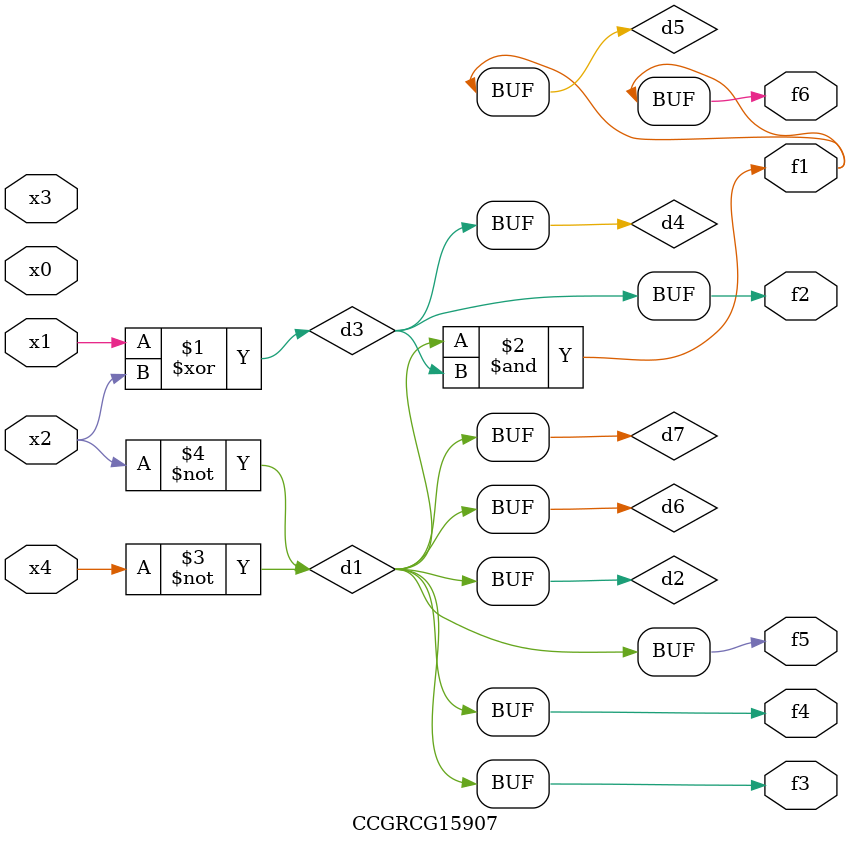
<source format=v>
module CCGRCG15907(
	input x0, x1, x2, x3, x4,
	output f1, f2, f3, f4, f5, f6
);

	wire d1, d2, d3, d4, d5, d6, d7;

	not (d1, x4);
	not (d2, x2);
	xor (d3, x1, x2);
	buf (d4, d3);
	and (d5, d1, d3);
	buf (d6, d1, d2);
	buf (d7, d2);
	assign f1 = d5;
	assign f2 = d4;
	assign f3 = d7;
	assign f4 = d7;
	assign f5 = d7;
	assign f6 = d5;
endmodule

</source>
